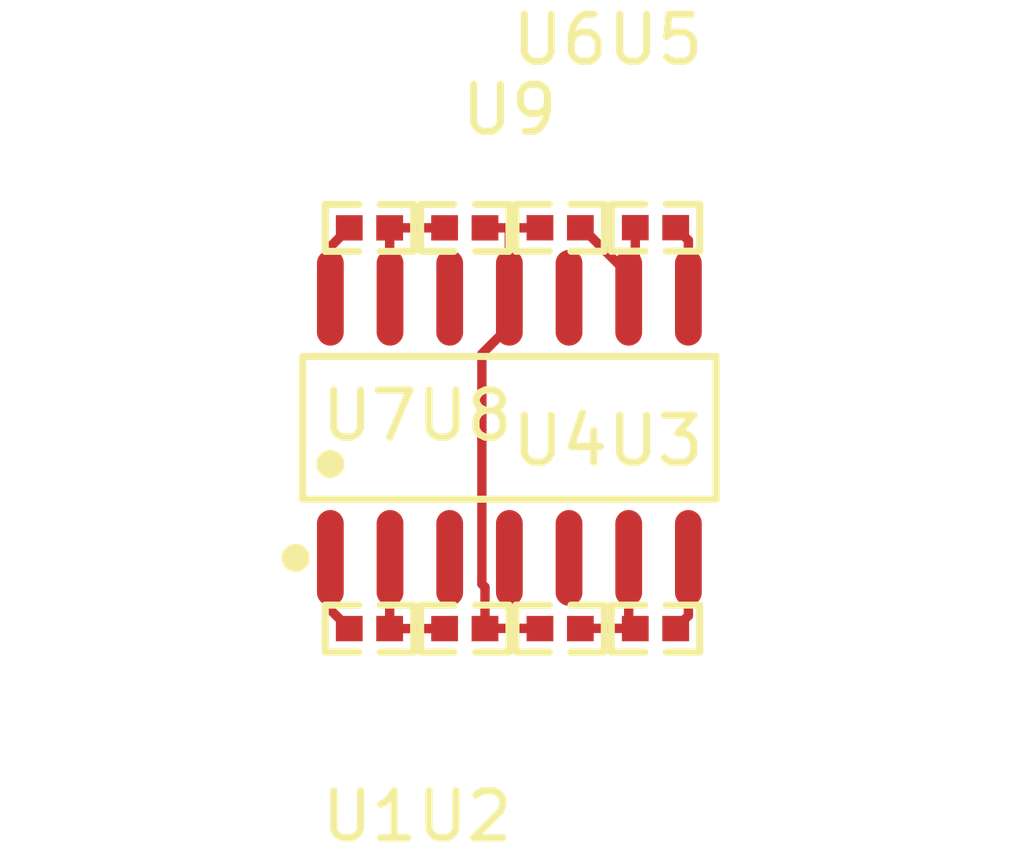
<source format=kicad_pcb>
(kicad_pcb (version 20240108) (generator "pcbnew") (generator_version "8.0")
  (layers (0 "F.Cu" signal) (31 "B.Cu" signal) (34 "B.Paste" user) (35 "F.Paste" user) (36 "B.SilkS" user "B.Silkscreen") (37 "F.SilkS" user "F.Silkscreen") (38 "B.Mask" user) (39 "F.Mask" user) (44 "Edge.Cuts" user))
  (net 0 "")
  (net 1 "negative_terminal_3")
  (net 2 "input_3")
  (net 3 "input_2")
  (net 4 "input_1")
  (net 5 "output_terminal_3")
  (net 6 "hv")
  (net 7 "input_4")
  (net 8 "gnd")
  (net 9 "output_terminal_4")
  (net 10 "negative_terminal_2")
  (net 11 "output_terminal_1")
  (net 12 "negative_terminal_4")
  (net 13 "output_terminal_2")
  (net 14 "negative_terminal_1")
  (footprint "atopile:R0402-56259e" (layer "F.Cu") (at 160.540872 88.469305)
    (property "Reference" "U6" (hide yes))
    (property "Value" "33kΩ ±1% 62.5mW")
    (fp_line (start -0.94 -0.5) (end -0.23 -0.5) (stroke (width 0.15)) (layer "F.SilkS"))
    (fp_line (start -0.94 0.5) (end -0.94 -0.5) (stroke (width 0.15)) (layer "F.SilkS"))
    (fp_line (start -0.23 0.5) (end -0.94 0.5) (stroke (width 0.15)) (layer "F.SilkS"))
    (fp_line (start 0.23 0.5) (end 0.94 0.5) (stroke (width 0.15)) (layer "F.SilkS"))
    (fp_line (start 0.94 -0.5) (end 0.23 -0.5) (stroke (width 0.15)) (layer "F.SilkS"))
    (fp_line (start 0.94 0.5) (end 0.94 -0.5) (stroke (width 0.15)) (layer "F.SilkS"))
    (fp_text user "${REFERENCE}" (at 0 -4 0) (layer "F.SilkS"))
    (pad "1" smd rect (at -0.43 0) (size 0.57 0.54) (layers "F.Cu" "F.Paste" "F.Mask") (net 8 "gnd"))
    (pad "2" smd rect (at 0.43 0) (size 0.57 0.54) (layers "F.Cu" "F.Paste" "F.Mask") (net 1 "negative_terminal_3"))
  )
  (footprint "atopile:R0402-56259e" (layer "F.Cu") (at 158.511745 88.47136 180)
    (property "Reference" "U8" (at 0 -4 360) (layer "F.SilkS"))
    (property "Value" "33kΩ ±1% 62.5mW")
    (fp_line (start 0.94 0.5) (end 0.94 -0.5) (stroke (width 0.15)) (layer "F.SilkS"))
    (fp_line (start 0.94 -0.5) (end 0.23 -0.5) (stroke (width 0.15)) (layer "F.SilkS"))
    (fp_line (start 0.23 0.5) (end 0.94 0.5) (stroke (width 0.15)) (layer "F.SilkS"))
    (fp_line (start -0.23 0.5) (end -0.94 0.5) (stroke (width 0.15)) (layer "F.SilkS"))
    (fp_line (start -0.94 0.5) (end -0.94 -0.5) (stroke (width 0.15)) (layer "F.SilkS"))
    (fp_line (start -0.94 -0.5) (end -0.23 -0.5) (stroke (width 0.15)) (layer "F.SilkS"))
    (fp_text user "${REFERENCE}" (at 0 -4 360) (layer "F.SilkS"))
    (pad "1" smd rect (at -0.43 0 180) (size 0.57 0.54) (layers "F.Cu" "F.Paste" "F.Mask") (net 8 "gnd"))
    (pad "2" smd rect (at 0.43 0 180) (size 0.57 0.54) (layers "F.Cu" "F.Paste" "F.Mask") (net 12 "negative_terminal_4"))
  )
  (footprint "atopile:R0402-56259e" (layer "F.Cu") (at 156.482618 88.47136 180)
    (property "Reference" "U7" (at 0 -4 360) (layer "F.SilkS"))
    (property "Value" "240kΩ ±1% 62.5mW")
    (fp_line (start 0.94 0.5) (end 0.94 -0.5) (stroke (width 0.15)) (layer "F.SilkS"))
    (fp_line (start 0.94 -0.5) (end 0.23 -0.5) (stroke (width 0.15)) (layer "F.SilkS"))
    (fp_line (start 0.23 0.5) (end 0.94 0.5) (stroke (width 0.15)) (layer "F.SilkS"))
    (fp_line (start -0.23 0.5) (end -0.94 0.5) (stroke (width 0.15)) (layer "F.SilkS"))
    (fp_line (start -0.94 0.5) (end -0.94 -0.5) (stroke (width 0.15)) (layer "F.SilkS"))
    (fp_line (start -0.94 -0.5) (end -0.23 -0.5) (stroke (width 0.15)) (layer "F.SilkS"))
    (fp_text user "${REFERENCE}" (at 0 -4 360) (layer "F.SilkS"))
    (pad "1" smd rect (at -0.43 0 180) (size 0.57 0.54) (layers "F.Cu" "F.Paste" "F.Mask") (net 12 "negative_terminal_4"))
    (pad "2" smd rect (at 0.43 0 180) (size 0.57 0.54) (layers "F.Cu" "F.Paste" "F.Mask") (net 9 "output_terminal_4"))
  )
  (footprint "atopile:R0402-56259e" (layer "F.Cu") (at 156.482618 97.005211 180)
    (property "Reference" "U1" (at 0 -4 360) (layer "F.SilkS"))
    (property "Value" "240kΩ ±1% 62.5mW")
    (fp_line (start 0.94 0.5) (end 0.94 -0.5) (stroke (width 0.15)) (layer "F.SilkS"))
    (fp_line (start 0.94 -0.5) (end 0.23 -0.5) (stroke (width 0.15)) (layer "F.SilkS"))
    (fp_line (start 0.23 0.5) (end 0.94 0.5) (stroke (width 0.15)) (layer "F.SilkS"))
    (fp_line (start -0.23 0.5) (end -0.94 0.5) (stroke (width 0.15)) (layer "F.SilkS"))
    (fp_line (start -0.94 0.5) (end -0.94 -0.5) (stroke (width 0.15)) (layer "F.SilkS"))
    (fp_line (start -0.94 -0.5) (end -0.23 -0.5) (stroke (width 0.15)) (layer "F.SilkS"))
    (fp_text user "${REFERENCE}" (at 0 -4 360) (layer "F.SilkS"))
    (pad "1" smd rect (at -0.43 0 180) (size 0.57 0.54) (layers "F.Cu" "F.Paste" "F.Mask") (net 14 "negative_terminal_1"))
    (pad "2" smd rect (at 0.43 0 180) (size 0.57 0.54) (layers "F.Cu" "F.Paste" "F.Mask") (net 11 "output_terminal_1"))
  )
  (footprint "atopile:R0402-56259e" (layer "F.Cu") (at 160.540872 97.005211)
    (property "Reference" "U4" (at 0 -4 0) (layer "F.SilkS"))
    (property "Value" "33kΩ ±1% 62.5mW")
    (fp_line (start -0.94 -0.5) (end -0.23 -0.5) (stroke (width 0.15)) (layer "F.SilkS"))
    (fp_line (start -0.94 0.5) (end -0.94 -0.5) (stroke (width 0.15)) (layer "F.SilkS"))
    (fp_line (start -0.23 0.5) (end -0.94 0.5) (stroke (width 0.15)) (layer "F.SilkS"))
    (fp_line (start 0.23 0.5) (end 0.94 0.5) (stroke (width 0.15)) (layer "F.SilkS"))
    (fp_line (start 0.94 -0.5) (end 0.23 -0.5) (stroke (width 0.15)) (layer "F.SilkS"))
    (fp_line (start 0.94 0.5) (end 0.94 -0.5) (stroke (width 0.15)) (layer "F.SilkS"))
    (fp_text user "${REFERENCE}" (at 0 -4 0) (layer "F.SilkS"))
    (pad "1" smd rect (at -0.43 0) (size 0.57 0.54) (layers "F.Cu" "F.Paste" "F.Mask") (net 8 "gnd"))
    (pad "2" smd rect (at 0.43 0) (size 0.57 0.54) (layers "F.Cu" "F.Paste" "F.Mask") (net 10 "negative_terminal_2"))
  )
  (footprint "atopile:SOIC-14_L8.7-W3.9-P1.27-LS6.0-BL-988152" (layer "F.Cu") (at 159.46 92.73)
    (property "Reference" "U9" (hide yes))
    (property "Value" "")
    (fp_line (start -4.4 -1.52) (end 4.4 -1.52) (stroke (width 0.15)) (layer "F.SilkS"))
    (fp_line (start -4.4 1.52) (end -4.4 -1.52) (stroke (width 0.15)) (layer "F.SilkS"))
    (fp_line (start 4.4 -1.52) (end 4.4 1.52) (stroke (width 0.15)) (layer "F.SilkS"))
    (fp_line (start 4.4 1.52) (end -4.4 1.52) (stroke (width 0.15)) (layer "F.SilkS"))
    (fp_circle (center -4.55 2.77) (end -4.4 2.77) (stroke (width 0.3)) (fill none) (layer "F.SilkS"))
    (fp_circle (center -3.81 0.77) (end -3.66 0.77) (stroke (width 0.3)) (fill none) (layer "F.SilkS"))
    (fp_text user "${REFERENCE}" (at 0 -6.77 0) (layer "F.SilkS"))
    (pad "1" smd oval (at -3.81 2.77) (size 0.57 2.04) (layers "F.Cu" "F.Paste" "F.Mask") (net 11 "output_terminal_1"))
    (pad "2" smd oval (at -2.54 2.77) (size 0.57 2.04) (layers "F.Cu" "F.Paste" "F.Mask") (net 14 "negative_terminal_1"))
    (pad "3" smd oval (at -1.27 2.77) (size 0.57 2.04) (layers "F.Cu" "F.Paste" "F.Mask") (net 4 "input_1"))
    (pad "4" smd oval (at 0 2.77) (size 0.57 2.04) (layers "F.Cu" "F.Paste" "F.Mask") (net 6 "hv"))
    (pad "5" smd oval (at 1.27 2.77) (size 0.57 2.04) (layers "F.Cu" "F.Paste" "F.Mask") (net 3 "input_2"))
    (pad "6" smd oval (at 2.54 2.77) (size 0.57 2.04) (layers "F.Cu" "F.Paste" "F.Mask") (net 10 "negative_terminal_2"))
    (pad "7" smd oval (at 3.81 2.77) (size 0.57 2.04) (layers "F.Cu" "F.Paste" "F.Mask") (net 13 "output_terminal_2"))
    (pad "8" smd oval (at 3.81 -2.77) (size 0.57 2.04) (layers "F.Cu" "F.Paste" "F.Mask") (net 5 "output_terminal_3"))
    (pad "9" smd oval (at 2.54 -2.77) (size 0.57 2.04) (layers "F.Cu" "F.Paste" "F.Mask") (net 1 "negative_terminal_3"))
    (pad "10" smd oval (at 1.27 -2.77) (size 0.57 2.04) (layers "F.Cu" "F.Paste" "F.Mask") (net 2 "input_3"))
    (pad "11" smd oval (at 0 -2.77) (size 0.57 2.04) (layers "F.Cu" "F.Paste" "F.Mask") (net 8 "gnd"))
    (pad "12" smd oval (at -1.27 -2.77) (size 0.57 2.04) (layers "F.Cu" "F.Paste" "F.Mask") (net 7 "input_4"))
    (pad "13" smd oval (at -2.54 -2.77) (size 0.57 2.04) (layers "F.Cu" "F.Paste" "F.Mask") (net 12 "negative_terminal_4"))
    (pad "14" smd oval (at -3.81 -2.77) (size 0.57 2.04) (layers "F.Cu" "F.Paste" "F.Mask") (net 9 "output_terminal_4"))
  )
  (footprint "atopile:R0402-56259e" (layer "F.Cu") (at 158.511745 97.005211 180)
    (property "Reference" "U2" (at 0 -4 360) (layer "F.SilkS"))
    (property "Value" "33kΩ ±1% 62.5mW")
    (fp_line (start 0.94 0.5) (end 0.94 -0.5) (stroke (width 0.15)) (layer "F.SilkS"))
    (fp_line (start 0.94 -0.5) (end 0.23 -0.5) (stroke (width 0.15)) (layer "F.SilkS"))
    (fp_line (start 0.23 0.5) (end 0.94 0.5) (stroke (width 0.15)) (layer "F.SilkS"))
    (fp_line (start -0.23 0.5) (end -0.94 0.5) (stroke (width 0.15)) (layer "F.SilkS"))
    (fp_line (start -0.94 0.5) (end -0.94 -0.5) (stroke (width 0.15)) (layer "F.SilkS"))
    (fp_line (start -0.94 -0.5) (end -0.23 -0.5) (stroke (width 0.15)) (layer "F.SilkS"))
    (fp_text user "${REFERENCE}" (at 0 -4 360) (layer "F.SilkS"))
    (pad "1" smd rect (at -0.43 0 180) (size 0.57 0.54) (layers "F.Cu" "F.Paste" "F.Mask") (net 8 "gnd"))
    (pad "2" smd rect (at 0.43 0 180) (size 0.57 0.54) (layers "F.Cu" "F.Paste" "F.Mask") (net 14 "negative_terminal_1"))
  )
  (footprint "atopile:R0402-56259e" (layer "F.Cu") (at 162.569999 88.467606)
    (property "Reference" "U5" (hide yes))
    (property "Value" "240kΩ ±1% 62.5mW")
    (fp_line (start -0.94 -0.5) (end -0.23 -0.5) (stroke (width 0.15)) (layer "F.SilkS"))
    (fp_line (start -0.94 0.5) (end -0.94 -0.5) (stroke (width 0.15)) (layer "F.SilkS"))
    (fp_line (start -0.23 0.5) (end -0.94 0.5) (stroke (width 0.15)) (layer "F.SilkS"))
    (fp_line (start 0.23 0.5) (end 0.94 0.5) (stroke (width 0.15)) (layer "F.SilkS"))
    (fp_line (start 0.94 -0.5) (end 0.23 -0.5) (stroke (width 0.15)) (layer "F.SilkS"))
    (fp_line (start 0.94 0.5) (end 0.94 -0.5) (stroke (width 0.15)) (layer "F.SilkS"))
    (fp_text user "${REFERENCE}" (at 0 -4 0) (layer "F.SilkS"))
    (pad "1" smd rect (at -0.43 0) (size 0.57 0.54) (layers "F.Cu" "F.Paste" "F.Mask") (net 1 "negative_terminal_3"))
    (pad "2" smd rect (at 0.43 0) (size 0.57 0.54) (layers "F.Cu" "F.Paste" "F.Mask") (net 5 "output_terminal_3"))
  )
  (footprint "atopile:R0402-56259e" (layer "F.Cu") (at 162.569999 97.005211)
    (property "Reference" "U3" (at 0 -4 0) (layer "F.SilkS"))
    (property "Value" "240kΩ ±1% 62.5mW")
    (fp_line (start -0.94 -0.5) (end -0.23 -0.5) (stroke (width 0.15)) (layer "F.SilkS"))
    (fp_line (start -0.94 0.5) (end -0.94 -0.5) (stroke (width 0.15)) (layer "F.SilkS"))
    (fp_line (start -0.23 0.5) (end -0.94 0.5) (stroke (width 0.15)) (layer "F.SilkS"))
    (fp_line (start 0.23 0.5) (end 0.94 0.5) (stroke (width 0.15)) (layer "F.SilkS"))
    (fp_line (start 0.94 -0.5) (end 0.23 -0.5) (stroke (width 0.15)) (layer "F.SilkS"))
    (fp_line (start 0.94 0.5) (end 0.94 -0.5) (stroke (width 0.15)) (layer "F.SilkS"))
    (fp_text user "${REFERENCE}" (at 0 -4 0) (layer "F.SilkS"))
    (pad "1" smd rect (at -0.43 0) (size 0.57 0.54) (layers "F.Cu" "F.Paste" "F.Mask") (net 10 "negative_terminal_2"))
    (pad "2" smd rect (at 0.43 0) (size 0.57 0.54) (layers "F.Cu" "F.Paste" "F.Mask") (net 13 "output_terminal_2"))
  )
  (segment (start 162.139999 89.820001) (end 162 89.96) (width 0.2) (layer "F.Cu") (net 1))
  (segment (start 162 89.462896) (end 162 89.96) (width 0.2) (layer "F.Cu") (net 1))
  (segment (start 161.006409 88.469305) (end 162 89.462896) (width 0.2) (layer "F.Cu") (net 1))
  (segment (start 160.970872 88.469305) (end 161.006409 88.469305) (width 0.2) (layer "F.Cu") (net 1))
  (segment (start 162.139999 88.467606) (end 162.139999 89.820001) (width 0.2) (layer "F.Cu") (net 1))
  (segment (start 162.999999 88.467606) (end 163.27 88.737607) (width 0.2) (layer "F.Cu") (net 5))
  (segment (start 163.27 88.737607) (end 163.27 89.96) (width 0.2) (layer "F.Cu") (net 5))
  (segment (start 159.5 88.47136) (end 159.46 88.51136) (width 0.2) (layer "F.Cu") (net 8))
  (segment (start 158.941745 96.121745) (end 158.941745 97.005211) (width 0.2) (layer "F.Cu") (net 8))
  (segment (start 159.46 89.167685) (end 159.46 89.46) (width 0.2) (layer "F.Cu") (net 8))
  (segment (start 158.875 96.055) (end 158.941745 96.121745) (width 0.2) (layer "F.Cu") (net 8))
  (segment (start 158.941745 97.000676) (end 160.133249 97.000676) (width 0.2) (layer "F.Cu") (net 8))
  (segment (start 160.133249 97.000676) (end 160.139875 96.99405) (width 0.2) (layer "F.Cu") (net 8))
  (segment (start 159.5 88.47136) (end 160.108817 88.47136) (width 0.2) (layer "F.Cu") (net 8))
  (segment (start 160.108817 88.47136) (end 160.110872 88.469305) (width 0.2) (layer "F.Cu") (net 8))
  (segment (start 159.46 88.51136) (end 159.46 89.96) (width 0.2) (layer "F.Cu") (net 8))
  (segment (start 159.46 89.46) (end 159.46 90.569218) (width 0.2) (layer "F.Cu") (net 8))
  (segment (start 159.46 90.569218) (end 158.875 91.154218) (width 0.2) (layer "F.Cu") (net 8))
  (segment (start 158.941745 88.47136) (end 159.5 88.47136) (width 0.2) (layer "F.Cu") (net 8))
  (segment (start 158.875 91.154218) (end 158.875 96.055) (width 0.2) (layer "F.Cu") (net 8))
  (segment (start 159.559574 89.360426) (end 159.46 89.46) (width 0.2) (layer "F.Cu") (net 8))
  (segment (start 155.65 88.873978) (end 156.052618 88.47136) (width 0.2) (layer "F.Cu") (net 9))
  (segment (start 155.65 89.65) (end 155.5 89.5) (width 0.2) (layer "F.Cu") (net 9))
  (segment (start 155.65 89.96) (end 155.65 88.873978) (width 0.2) (layer "F.Cu") (net 9))
  (segment (start 155.65 89.96) (end 155.65 89.65) (width 0.2) (layer "F.Cu") (net 9))
  (segment (start 162.14 95.14) (end 162 95) (width 0.2) (layer "F.Cu") (net 10))
  (segment (start 162 95) (end 162 96.86) (width 0.2) (layer "F.Cu") (net 10))
  (segment (start 162 96.86) (end 162.14 97) (width 0.2) (layer "F.Cu") (net 10))
  (segment (start 162.14 97) (end 161.005825 97) (width 0.2) (layer "F.Cu") (net 10))
  (segment (start 161.005825 97) (end 160.999875 96.99405) (width 0.2) (layer "F.Cu") (net 10))
  (segment (start 155.65 95) (end 155.65 96.602593) (width 0.2) (layer "F.Cu") (net 11))
  (segment (start 155.65 96.602593) (end 156.052618 97.005211) (width 0.2) (layer "F.Cu") (net 11))
  (segment (start 156.912618 88.47136) (end 156.912618 89.952618) (width 0.2) (layer "F.Cu") (net 12))
  (segment (start 156.912618 88.47136) (end 158.081745 88.47136) (width 0.2) (layer "F.Cu") (net 12))
  (segment (start 156.912618 89.952618) (end 156.92 89.96) (width 0.2) (layer "F.Cu") (net 12))
  (segment (start 163.27 96.73) (end 163 97) (width 0.2) (layer "F.Cu") (net 13))
  (segment (start 163.27 95) (end 163.27 96.73) (width 0.2) (layer "F.Cu") (net 13))
  (segment (start 156.912618 95.007382) (end 156.92 95) (width 0.2) (layer "F.Cu") (net 14))
  (segment (start 156.912618 97.005211) (end 158.081745 97.005211) (width 0.2) (layer "F.Cu") (net 14))
  (segment (start 156.912618 97.005211) (end 156.912618 95.007382) (width 0.2) (layer "F.Cu") (net 14))
)
</source>
